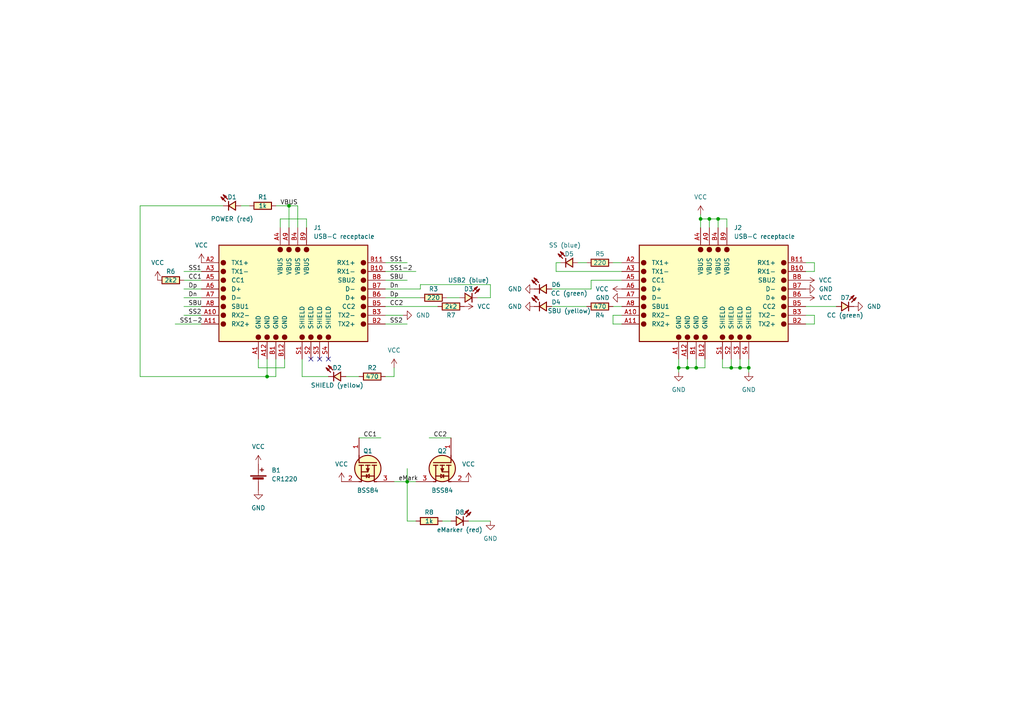
<source format=kicad_sch>
(kicad_sch (version 20211123) (generator eeschema)
  (paper "A4")
  (title_block (title "USB-C cable tester") (date "$date$") (rev "$version$.$revision$") (company "CuVoodoo") (comment 1 "King Kévin") (comment 2 "CERN-OHL-S"))
  (lib_symbols
    (symbol "Device:Battery_Cell" (pin_numbers hide) (pin_names (offset 0) hide)
      (property "Reference" "BT" (at 2.54 2.54 0))
      (property "Value" "Battery_Cell" (at 2.54 0 0))
      (symbol "Battery_Cell_0_1"
        (rectangle (start -2.286 1.778) (end 2.286 1.524) (fill (type outline)))
        (rectangle (start -1.5748 1.1938) (end 1.4732 0.6858) (fill (type outline)))
        (polyline (pts (xy 0 0.762) (xy 0 0)))
        (polyline (pts (xy 0 1.778) (xy 0 2.54)))
        (polyline (pts (xy 0.508 3.429) (xy 1.524 3.429)) (stroke (width 0.254)))
        (polyline (pts (xy 1.016 3.937) (xy 1.016 2.921)) (stroke (width 0.254)))
      )
      (symbol "Battery_Cell_1_1"
        (pin passive line (at 0 5.08 270) (length 2.54) (name "+") (number "1"))
        (pin passive line (at 0 -2.54 90) (length 2.54) (name "-") (number "2"))
      )
    )
    (symbol "mylib:BSS84" (pin_names (offset 1.016) hide)
      (property "Reference" "VT" (at 1.778 4.572 0))
      (property "Value" "BSS84" (at 1.778 -4.572 0))
      (symbol "BSS84_1_1"
        (polyline (pts (xy -3.81 -2.54) (xy -1.7018 -2.54)) (stroke (width 0.3048)))
        (polyline (pts (xy -1.7018 2.54) (xy -1.7018 -2.54)) (stroke (width 0.3048)))
        (polyline (pts (xy -0.9398 -1.8796) (xy 3.81 -1.8796)) (stroke (width 0.3048)))
        (polyline (pts (xy -0.9398 -1.2192) (xy -0.9398 -2.54)) (stroke (width 0.3048)))
        (polyline (pts (xy -0.9398 0) (xy 0.9652 0)) (stroke (width 0.3048)))
        (polyline (pts (xy -0.9398 0.6604) (xy -0.9398 -0.6604)) (stroke (width 0.3048)))
        (polyline (pts (xy -0.9398 1.8796) (xy 3.81 1.8796)) (stroke (width 0.3048)))
        (polyline (pts (xy -0.9398 2.54) (xy -0.9398 1.2192)) (stroke (width 0.3048)))
        (polyline (pts (xy 0.9652 0) (xy 0.9652 -1.8796)) (stroke (width 0.3048)))
        (polyline (pts (xy 1.7272 -0.4064) (xy 2.667 -0.4064)) (stroke (width 0.3048)))
        (polyline (pts (xy 2.1844 -0.4064) (xy 2.1844 -1.8796)) (stroke (width 0.3048)))
        (polyline (pts (xy 2.1844 1.8796) (xy 2.1844 0.4064)) (stroke (width 0.3048)))
        (polyline (pts (xy 3.81 -1.8796) (xy 3.81 -2.54)) (stroke (width 0.3048)))
        (polyline (pts (xy 3.81 1.8796) (xy 3.81 2.54)) (stroke (width 0.3048)))
        (polyline (pts (xy 0 0.381) (xy 0.9652 0) (xy 0 -0.381)) (stroke (width 0.3048)) (fill (type outline)))
        (polyline (pts (xy 1.7272 0.4064) (xy 2.667 0.4064) (xy 2.1844 -0.4064) (xy 1.7272 0.4064)) (stroke (width 0.3048)))
        (circle (center 0 0) (radius 3.81) (stroke (width 0.3048)) (fill (type background)))
        (pin input line (at -8.89 -2.54 0) (length 5.08) (name "G") (number "1"))
        (pin unspecified line (at 3.81 -7.62 90) (length 5.08) (name "S") (number "2"))
        (pin unspecified line (at 3.81 7.62 270) (length 5.08) (name "D") (number "3"))
      )
    )
    (symbol "mylib:LED0805" (pin_numbers hide) (pin_names (offset 1.016) hide)
      (property "Reference" "D" (at 0 2.032 0))
      (property "Value" "LED0805" (at 0 -2.032 0))
      (symbol "LED0805_1_1"
        (polyline (pts (xy 1.016 1.27) (xy 1.016 -1.27)) (stroke (width 0.3048)))
        (polyline (pts (xy 1.27 1.905) (xy 2.54 3.175)) (stroke (width 0.3048)))
        (polyline (pts (xy 1.905 1.27) (xy 3.175 2.54)) (stroke (width 0.3048)))
        (polyline (pts (xy -1.016 1.27) (xy 1.016 0) (xy -1.016 -1.27) (xy -1.016 1.27)) (stroke (width 0.3048)) (fill (type background)))
        (polyline (pts (xy 1.7272 2.7178) (xy 2.54 3.175) (xy 2.0828 2.3622) (xy 1.7272 2.7178)) (stroke (width 0.3048)) (fill (type outline)))
        (polyline (pts (xy 2.3622 2.0828) (xy 3.175 2.54) (xy 2.7178 1.7272) (xy 2.3622 2.0828)) (stroke (width 0.3048)) (fill (type outline)))
        (pin passive line (at 2.54 0 180) (length 1.524) (name "C") (number "1"))
        (pin passive line (at -2.54 0 0) (length 1.524) (name "A") (number "2"))
      )
    )
    (symbol "mylib:R0603" (pin_numbers hide) (pin_names (offset 1.016) hide)
      (property "Reference" "R" (at 0 1.778 0))
      (property "Value" "R0603" (at 0 -1.778 0))
      (symbol "R0603_1_1"
        (rectangle (start -2.54 1.016) (end 2.54 -1.016) (stroke (width 0.3048)) (fill (type background)))
        (pin passive line (at -3.81 0 0) (length 1.27) (name "L") (number "1"))
        (pin passive line (at 3.81 0 180) (length 1.27) (name "R") (number "2"))
      )
    )
    (symbol "mylib:XKB_U262-24XN-4BV60" (pin_names (offset 3.556))
      (property "Reference" "J" (at 0 0.762 0))
      (property "Value" "XKB_U262-24XN-4BV60" (at 32.512 -28.702 0))
      (symbol "XKB_U262-24XN-4BV60_1_1"
        (rectangle (start 0 0) (end 43.18 -27.94) (stroke (width 0.3048)) (fill (type background)))
        (circle (center 1.27 -22.86) (radius 0.635) (stroke (width 0.3048)) (fill (type outline)))
        (circle (center 1.27 -20.32) (radius 0.635) (stroke (width 0.3048)) (fill (type outline)))
        (circle (center 1.27 -17.78) (radius 0.635) (stroke (width 0.3048)) (fill (type outline)))
        (circle (center 1.27 -15.24) (radius 0.635) (stroke (width 0.3048)) (fill (type outline)))
        (circle (center 1.27 -12.7) (radius 0.635) (stroke (width 0.3048)) (fill (type outline)))
        (circle (center 1.27 -10.16) (radius 0.635) (stroke (width 0.3048)) (fill (type outline)))
        (circle (center 1.27 -7.62) (radius 0.635) (stroke (width 0.3048)) (fill (type outline)))
        (circle (center 1.27 -5.08) (radius 0.635) (stroke (width 0.3048)) (fill (type outline)))
        (circle (center 11.43 -26.67) (radius 0.635) (stroke (width 0.3048)) (fill (type outline)))
        (circle (center 13.97 -26.67) (radius 0.635) (stroke (width 0.3048)) (fill (type outline)))
        (circle (center 16.51 -26.67) (radius 0.635) (stroke (width 0.3048)) (fill (type outline)))
        (circle (center 17.78 -1.27) (radius 0.635) (stroke (width 0.3048)) (fill (type outline)))
        (circle (center 19.05 -26.67) (radius 0.635) (stroke (width 0.3048)) (fill (type outline)))
        (circle (center 20.32 -1.27) (radius 0.635) (stroke (width 0.3048)) (fill (type outline)))
        (circle (center 22.86 -1.27) (radius 0.635) (stroke (width 0.3048)) (fill (type outline)))
        (circle (center 24.13 -26.67) (radius 0.635) (stroke (width 0.3048)) (fill (type outline)))
        (circle (center 25.4 -1.27) (radius 0.635) (stroke (width 0.3048)) (fill (type outline)))
        (circle (center 26.67 -26.67) (radius 0.635) (stroke (width 0.3048)) (fill (type outline)))
        (circle (center 29.21 -26.67) (radius 0.635) (stroke (width 0.3048)) (fill (type outline)))
        (circle (center 31.75 -26.67) (radius 0.635) (stroke (width 0.3048)) (fill (type outline)))
        (circle (center 41.91 -22.86) (radius 0.635) (stroke (width 0.3048)) (fill (type outline)))
        (circle (center 41.91 -20.32) (radius 0.635) (stroke (width 0.3048)) (fill (type outline)))
        (circle (center 41.91 -17.78) (radius 0.635) (stroke (width 0.3048)) (fill (type outline)))
        (circle (center 41.91 -15.24) (radius 0.635) (stroke (width 0.3048)) (fill (type outline)))
        (circle (center 41.91 -12.7) (radius 0.635) (stroke (width 0.3048)) (fill (type outline)))
        (circle (center 41.91 -10.16) (radius 0.635) (stroke (width 0.3048)) (fill (type outline)))
        (circle (center 41.91 -7.62) (radius 0.635) (stroke (width 0.3048)) (fill (type outline)))
        (circle (center 41.91 -5.08) (radius 0.635) (stroke (width 0.3048)) (fill (type outline)))
        (pin power_in line (at 11.43 -33.02 90) (length 5.08) (name "GND") (number "A1"))
        (pin input line (at -5.08 -20.32 0) (length 5.08) (name "RX2-") (number "A10"))
        (pin input line (at -5.08 -22.86 0) (length 5.08) (name "RX2+") (number "A11"))
        (pin power_in line (at 13.97 -33.02 90) (length 5.08) (name "GND") (number "A12"))
        (pin output line (at -5.08 -5.08 0) (length 5.08) (name "TX1+") (number "A2"))
        (pin output line (at -5.08 -7.62 0) (length 5.08) (name "TX1-") (number "A3"))
        (pin power_in line (at 17.78 5.08 270) (length 5.08) (name "VBUS") (number "A4"))
        (pin bidirectional line (at -5.08 -10.16 0) (length 5.08) (name "CC1") (number "A5"))
        (pin bidirectional line (at -5.08 -12.7 0) (length 5.08) (name "D+") (number "A6"))
        (pin bidirectional line (at -5.08 -15.24 0) (length 5.08) (name "D-") (number "A7"))
        (pin bidirectional line (at -5.08 -17.78 0) (length 5.08) (name "SBU1") (number "A8"))
        (pin power_in line (at 20.32 5.08 270) (length 5.08) (name "VBUS") (number "A9"))
        (pin power_in line (at 16.51 -33.02 90) (length 5.08) (name "GND") (number "B1"))
        (pin input line (at 48.26 -7.62 180) (length 5.08) (name "RX1-") (number "B10"))
        (pin input line (at 48.26 -5.08 180) (length 5.08) (name "RX1+") (number "B11"))
        (pin power_in line (at 19.05 -33.02 90) (length 5.08) (name "GND") (number "B12"))
        (pin output line (at 48.26 -22.86 180) (length 5.08) (name "TX2+") (number "B2"))
        (pin output line (at 48.26 -20.32 180) (length 5.08) (name "TX2-") (number "B3"))
        (pin power_in line (at 22.86 5.08 270) (length 5.08) (name "VBUS") (number "B4"))
        (pin bidirectional line (at 48.26 -17.78 180) (length 5.08) (name "CC2") (number "B5"))
        (pin bidirectional line (at 48.26 -15.24 180) (length 5.08) (name "D+") (number "B6"))
        (pin bidirectional line (at 48.26 -12.7 180) (length 5.08) (name "D-") (number "B7"))
        (pin bidirectional line (at 48.26 -10.16 180) (length 5.08) (name "SBU2") (number "B8"))
        (pin power_in line (at 25.4 5.08 270) (length 5.08) (name "VBUS") (number "B9"))
        (pin passive line (at 24.13 -33.02 90) (length 5.08) (name "SHIELD") (number "S1"))
        (pin passive line (at 26.67 -33.02 90) (length 5.08) (name "SHIELD") (number "S2"))
        (pin passive line (at 29.21 -33.02 90) (length 5.08) (name "SHIELD") (number "S3"))
        (pin passive line (at 31.75 -33.02 90) (length 5.08) (name "SHIELD") (number "S4"))
      )
    )
    (symbol "power:GND" (power) (pin_names (offset 0))
      (property "Value" "GND" (at 0 -3.81 0))
      (symbol "GND_0_1"
        (polyline (pts (xy 0 0) (xy 0 -1.27) (xy 1.27 -1.27) (xy 0 -2.54) (xy -1.27 -1.27) (xy 0 -1.27)))
      )
      (symbol "GND_1_1"
        (pin power_in line (at 0 0 270) (length 0) hide (name "GND") (number "1"))
      )
    )
    (symbol "power:VCC" (power) (pin_names (offset 0))
      (property "Value" "VCC" (at 0 3.81 0))
      (symbol "VCC_0_1"
        (polyline (pts (xy -0.762 1.27) (xy 0 2.54)))
        (polyline (pts (xy 0 0) (xy 0 2.54)))
        (polyline (pts (xy 0 2.54) (xy 0.762 1.27)))
      )
      (symbol "VCC_1_1"
        (pin power_in line (at 0 0 90) (length 0) hide (name "VCC") (number "1"))
      )
    )
  )
  (junction (at 201.93 106.68))
  (junction (at 77.47 109.22))
  (junction (at 217.17 106.68))
  (junction (at 196.85 106.68))
  (junction (at 118.11 139.7))
  (junction (at 205.74 63.5))
  (junction (at 199.39 106.68))
  (junction (at 214.63 106.68))
  (junction (at 83.82 59.69))
  (junction (at 203.2 63.5))
  (junction (at 212.09 106.68))
  (junction (at 208.28 63.5))
  (no_connect (at 92.71 104.14))
  (no_connect (at 90.17 104.14))
  (no_connect (at 95.25 104.14))
  (wire (pts (xy 142.24 82.55) (xy 121.92 82.55)))
  (wire (pts (xy 128.27 151.13) (xy 130.81 151.13)))
  (wire (pts (xy 236.22 93.98) (xy 233.68 93.98)))
  (wire (pts (xy 80.01 104.14) (xy 80.01 109.22)))
  (wire (pts (xy 40.64 109.22) (xy 77.47 109.22)))
  (wire (pts (xy 196.85 106.68) (xy 199.39 106.68)))
  (wire (pts (xy 53.34 88.9) (xy 58.42 88.9)))
  (wire (pts (xy 171.45 81.28) (xy 171.45 83.82)))
  (wire (pts (xy 210.82 63.5) (xy 208.28 63.5)))
  (wire (pts (xy 100.33 109.22) (xy 104.14 109.22)))
  (wire (pts (xy 135.89 151.13) (xy 142.24 151.13)))
  (wire (pts (xy 217.17 106.68) (xy 217.17 107.95)))
  (wire (pts (xy 236.22 91.44) (xy 236.22 93.98)))
  (wire (pts (xy 118.11 139.7) (xy 118.11 151.13)))
  (wire (pts (xy 209.55 106.68) (xy 212.09 106.68)))
  (wire (pts (xy 138.43 86.36) (xy 142.24 86.36)))
  (wire (pts (xy 236.22 76.2) (xy 236.22 78.74)))
  (wire (pts (xy 74.93 106.68) (xy 82.55 106.68)))
  (wire (pts (xy 111.76 76.2) (xy 118.11 76.2)))
  (wire (pts (xy 233.68 88.9) (xy 242.57 88.9)))
  (wire (pts (xy 86.36 66.04) (xy 86.36 59.69)))
  (wire (pts (xy 162.56 76.2) (xy 161.29 76.2)))
  (wire (pts (xy 203.2 62.23) (xy 203.2 63.5)))
  (wire (pts (xy 88.9 63.5) (xy 88.9 66.04)))
  (wire (pts (xy 53.34 91.44) (xy 58.42 91.44)))
  (wire (pts (xy 50.8 93.98) (xy 58.42 93.98)))
  (wire (pts (xy 86.36 59.69) (xy 83.82 59.69)))
  (wire (pts (xy 209.55 104.14) (xy 209.55 106.68)))
  (wire (pts (xy 118.11 135.89) (xy 118.11 139.7)))
  (wire (pts (xy 118.11 139.7) (xy 120.65 139.7)))
  (wire (pts (xy 199.39 106.68) (xy 199.39 104.14)))
  (wire (pts (xy 40.64 59.69) (xy 40.64 109.22)))
  (wire (pts (xy 83.82 59.69) (xy 80.01 59.69)))
  (wire (pts (xy 212.09 106.68) (xy 214.63 106.68)))
  (wire (pts (xy 81.28 63.5) (xy 88.9 63.5)))
  (wire (pts (xy 167.64 76.2) (xy 170.18 76.2)))
  (wire (pts (xy 80.01 109.22) (xy 77.47 109.22)))
  (wire (pts (xy 196.85 107.95) (xy 196.85 106.68)))
  (wire (pts (xy 114.3 139.7) (xy 118.11 139.7)))
  (wire (pts (xy 111.76 86.36) (xy 121.92 86.36)))
  (wire (pts (xy 177.8 93.98) (xy 180.34 93.98)))
  (wire (pts (xy 171.45 83.82) (xy 160.02 83.82)))
  (wire (pts (xy 111.76 93.98) (xy 118.11 93.98)))
  (wire (pts (xy 208.28 66.04) (xy 208.28 63.5)))
  (wire (pts (xy 180.34 81.28) (xy 171.45 81.28)))
  (wire (pts (xy 111.76 109.22) (xy 114.3 109.22)))
  (wire (pts (xy 214.63 106.68) (xy 217.17 106.68)))
  (wire (pts (xy 129.54 86.36) (xy 133.35 86.36)))
  (wire (pts (xy 203.2 63.5) (xy 203.2 66.04)))
  (wire (pts (xy 64.77 59.69) (xy 40.64 59.69)))
  (wire (pts (xy 53.34 78.74) (xy 58.42 78.74)))
  (wire (pts (xy 196.85 106.68) (xy 196.85 104.14)))
  (wire (pts (xy 212.09 104.14) (xy 212.09 106.68)))
  (wire (pts (xy 233.68 91.44) (xy 236.22 91.44)))
  (wire (pts (xy 111.76 83.82) (xy 121.92 83.82)))
  (wire (pts (xy 82.55 104.14) (xy 82.55 106.68)))
  (wire (pts (xy 81.28 66.04) (xy 81.28 63.5)))
  (wire (pts (xy 201.93 106.68) (xy 201.93 104.14)))
  (wire (pts (xy 142.24 86.36) (xy 142.24 82.55)))
  (wire (pts (xy 104.14 127) (xy 110.49 127)))
  (wire (pts (xy 201.93 106.68) (xy 204.47 106.68)))
  (wire (pts (xy 53.34 86.36) (xy 58.42 86.36)))
  (wire (pts (xy 83.82 66.04) (xy 83.82 59.69)))
  (wire (pts (xy 199.39 106.68) (xy 201.93 106.68)))
  (wire (pts (xy 180.34 76.2) (xy 177.8 76.2)))
  (wire (pts (xy 204.47 106.68) (xy 204.47 104.14)))
  (wire (pts (xy 161.29 76.2) (xy 161.29 78.74)))
  (wire (pts (xy 180.34 78.74) (xy 161.29 78.74)))
  (wire (pts (xy 53.34 83.82) (xy 58.42 83.82)))
  (wire (pts (xy 121.92 82.55) (xy 121.92 83.82)))
  (wire (pts (xy 53.34 81.28) (xy 58.42 81.28)))
  (wire (pts (xy 160.02 88.9) (xy 170.18 88.9)))
  (wire (pts (xy 177.8 91.44) (xy 177.8 93.98)))
  (wire (pts (xy 87.63 109.22) (xy 95.25 109.22)))
  (wire (pts (xy 205.74 66.04) (xy 205.74 63.5)))
  (wire (pts (xy 111.76 88.9) (xy 127 88.9)))
  (wire (pts (xy 177.8 88.9) (xy 180.34 88.9)))
  (wire (pts (xy 124.46 127) (xy 130.81 127)))
  (wire (pts (xy 208.28 63.5) (xy 205.74 63.5)))
  (wire (pts (xy 210.82 66.04) (xy 210.82 63.5)))
  (wire (pts (xy 87.63 104.14) (xy 87.63 109.22)))
  (wire (pts (xy 116.84 91.44) (xy 111.76 91.44)))
  (wire (pts (xy 180.34 91.44) (xy 177.8 91.44)))
  (wire (pts (xy 236.22 78.74) (xy 233.68 78.74)))
  (wire (pts (xy 233.68 76.2) (xy 236.22 76.2)))
  (wire (pts (xy 111.76 81.28) (xy 118.11 81.28)))
  (wire (pts (xy 69.85 59.69) (xy 72.39 59.69)))
  (wire (pts (xy 118.11 151.13) (xy 120.65 151.13)))
  (wire (pts (xy 217.17 104.14) (xy 217.17 106.68)))
  (wire (pts (xy 214.63 104.14) (xy 214.63 106.68)))
  (wire (pts (xy 74.93 104.14) (xy 74.93 106.68)))
  (wire (pts (xy 111.76 78.74) (xy 120.65 78.74)))
  (wire (pts (xy 77.47 109.22) (xy 77.47 104.14)))
  (wire (pts (xy 205.74 63.5) (xy 203.2 63.5)))
  (wire (pts (xy 114.3 109.22) (xy 114.3 106.68)))
  (label "CC2" (at 113.03 88.9 0))
  (label "CC2" (at 125.73 127 0))
  (label "SS2" (at 54.61 91.44 0))
  (label "SS1" (at 113.03 76.2 0))
  (label "SBU" (at 113.03 81.28 0))
  (label "Dp" (at 113.03 86.36 0))
  (label "Dn" (at 113.03 83.82 0))
  (label "CC1" (at 54.61 81.28 0))
  (label "SS2" (at 113.03 93.98 0))
  (label "SS1-2" (at 52.07 93.98 0))
  (label "VBUS" (at 81.28 59.69 0))
  (label "SS1-2" (at 113.03 78.74 0))
  (label "Dp" (at 54.61 83.82 0))
  (label "SBU" (at 54.61 88.9 0))
  (label "eMark" (at 115.57 139.7 0))
  (label "SS1" (at 54.61 78.74 0))
  (label "CC1" (at 105.41 127 0))
  (label "Dn" (at 54.61 86.36 0))
  (symbol (lib_id "mylib:R0603") (at 76.2 59.69 0) (unit 1)
    (property "Reference" "R1" (at 76.2 57.15 0))
    (property "Value" "1k" (at 76.2 59.69 0))
    (property "Footprint" "mylib:UC1608X55N" (effects hide))
    (property "LCSC" "C21190" (effects hide))
  )
  (symbol (lib_id "mylib:R0603") (at 49.53 81.28 0) (unit 1)
    (property "Reference" "R6" (at 49.53 78.74 0))
    (property "Value" "2k2" (at 49.53 81.28 0))
    (property "Footprint" "mylib:UC1608X55N" (effects hide))
    (property "LCSC" "C4190" (effects hide))
  )
  (symbol (lib_id "mylib:LED0805") (at 165.1 76.2 0) (mirror y) (unit 1)
    (property "Reference" "D5" (at 165.1 73.66 0))
    (property "Value" "SS (blue)" (at 163.83 71.12 0))
    (property "Footprint" "mylib:LEDC2012X80N" (effects hide))
    (property "LCSC" "C2293" (effects hide))
  )
  (symbol (lib_id "mylib:BSS84") (at 106.68 135.89 270) (unit 1)
    (property "Reference" "Q1" (at 106.68 130.81 90))
    (property "Value" "BSS84" (at 106.68 142.24 90))
    (property "Footprint" "mylib:SOT95P237X112-3N" (effects hide))
    (property "Datasheet" "https://assets.nexperia.com/documents/data-sheet/BSS84.pdf" (effects hide))
    (property "LCSC" "C8492" (effects hide))
  )
  (symbol (lib_id "mylib:LED0805") (at 97.79 109.22 0) (mirror y) (unit 1)
    (property "Reference" "D2" (at 97.79 106.68 0))
    (property "Value" "SHIELD (yellow)" (at 97.79 111.76 0))
    (property "Footprint" "mylib:LEDC2012X80N" (effects hide))
    (property "LCSC" "C2296" (effects hide))
  )
  (symbol (lib_id "mylib:R0603") (at 130.81 88.9 0) (unit 1)
    (property "Reference" "R7" (at 130.81 91.44 0))
    (property "Value" "2k2" (at 130.81 88.9 0))
    (property "Footprint" "mylib:UC1608X55N" (effects hide))
    (property "LCSC" "C4190" (effects hide))
  )
  (symbol (lib_id "power:GND") (at 233.68 83.82 90) (unit 1)
    (property "Reference" "#PWR0118" (effects hide))
    (property "Value" "GND" (at 237.49 83.8199 90) (effects (justify right)))
  )
  (symbol (lib_id "power:VCC") (at 114.3 106.68 0) (unit 1)
    (property "Reference" "#PWR0105" (effects hide))
    (property "Value" "VCC" (at 114.3 101.6 0))
  )
  (symbol (lib_id "power:GND") (at 196.85 107.95 0) (unit 1)
    (property "Reference" "#PWR0121" (effects hide))
    (property "Value" "GND" (at 196.85 113.03 0))
  )
  (symbol (lib_id "Device:Battery_Cell") (at 74.93 139.7 0) (unit 1)
    (property "Reference" "B1" (at 78.74 136.3979 0) (effects (justify left)))
    (property "Value" "CR1220" (at 78.74 138.9379 0) (effects (justify left)))
    (property "Footprint" "mylib:CONNECTOR_MY-1220-03" (effects hide))
    (property "Datasheet" "https://datasheet.lcsc.com/lcsc/2012181809_MYOUNG-MY-1220-03_C964818.pdf" (effects hide))
    (property "LCSC" "C964818" (effects hide))
  )
  (symbol (lib_id "power:GND") (at 180.34 86.36 270) (mirror x) (unit 1)
    (property "Reference" "#PWR0108" (effects hide))
    (property "Value" "GND" (at 172.72 86.36 90) (effects (justify left)))
  )
  (symbol (lib_id "power:GND") (at 247.65 88.9 90) (unit 1)
    (property "Reference" "#PWR0120" (effects hide))
    (property "Value" "GND" (at 251.46 88.8999 90) (effects (justify right)))
  )
  (symbol (lib_id "power:GND") (at 116.84 91.44 90) (unit 1)
    (property "Reference" "#PWR0104" (effects hide))
    (property "Value" "GND" (at 120.65 91.4399 90) (effects (justify right)))
  )
  (symbol (lib_id "mylib:LED0805") (at 157.48 88.9 0) (mirror y) (unit 1)
    (property "Reference" "D4" (at 161.29 87.63 0))
    (property "Value" "SBU (yellow)" (at 165.1 90.17 0))
    (property "Footprint" "mylib:LEDC2012X80N" (effects hide))
    (property "LCSC" "C2296" (effects hide))
  )
  (symbol (lib_id "power:VCC") (at 58.42 76.2 0) (unit 1)
    (property "Reference" "#PWR0101" (effects hide))
    (property "Value" "VCC" (at 58.42 71.12 0))
  )
  (symbol (lib_id "mylib:R0603") (at 107.95 109.22 0) (unit 1)
    (property "Reference" "R2" (at 107.95 106.68 0))
    (property "Value" "470" (at 107.95 109.22 0))
    (property "Footprint" "mylib:UC1608X55N" (effects hide))
    (property "LCSC" "C23179" (effects hide))
  )
  (symbol (lib_id "mylib:LED0805") (at 157.48 83.82 0) (mirror y) (unit 1)
    (property "Reference" "D6" (at 161.29 82.55 0))
    (property "Value" "CC (green)" (at 165.1 85.09 0))
    (property "Footprint" "mylib:LEDC2012X80N" (effects hide))
    (property "LCSC" "C2297" (effects hide))
  )
  (symbol (lib_id "power:VCC") (at 134.62 88.9 270) (unit 1)
    (property "Reference" "#PWR0103" (effects hide))
    (property "Value" "VCC" (at 138.43 88.8999 90) (effects (justify left)))
  )
  (symbol (lib_id "power:VCC") (at 203.2 62.23 0) (unit 1)
    (property "Reference" "#PWR0115" (effects hide))
    (property "Value" "VCC" (at 203.2 57.15 0))
  )
  (symbol (lib_id "mylib:XKB_U262-24XN-4BV60") (at 63.5 71.12 0) (unit 1)
    (property "Reference" "J1" (at 90.9194 66.04 0) (effects (justify left)))
    (property "Value" "USB-C receptacle" (at 90.9194 68.58 0) (effects (justify left)))
    (property "Footprint" "mylib:CONNECTOR_XKB_U262-24XN-4BV60" (effects hide))
    (property "Datasheet" "https://datasheet.lcsc.com/szlcsc/1905061605_XKB-Enterprise-U262-241N-4BV60_C388659.pdf" (effects hide))
    (property "LCSC" "C388659" (effects hide))
  )
  (symbol (lib_id "mylib:LED0805") (at 135.89 86.36 0) (unit 1)
    (property "Reference" "D3" (at 135.89 83.82 0))
    (property "Value" "USB2 (blue)" (at 135.89 81.28 0))
    (property "Footprint" "mylib:LEDC2012X80N" (effects hide))
    (property "LCSC" "C2293" (effects hide))
  )
  (symbol (lib_id "power:VCC") (at 99.06 139.7 0) (unit 1)
    (property "Reference" "#PWR0110" (effects hide))
    (property "Value" "VCC" (at 99.06 134.62 0))
  )
  (symbol (lib_id "power:VCC") (at 45.72 81.28 0) (unit 1)
    (property "Reference" "#PWR0102" (effects hide))
    (property "Value" "VCC" (at 45.72 76.2 0))
  )
  (symbol (lib_id "power:VCC") (at 233.68 86.36 270) (unit 1)
    (property "Reference" "#PWR0119" (effects hide))
    (property "Value" "VCC" (at 237.49 86.3599 90) (effects (justify left)))
  )
  (symbol (lib_id "mylib:LED0805") (at 133.35 151.13 0) (unit 1)
    (property "Reference" "D8" (at 133.35 148.59 0))
    (property "Value" "eMarker (red)" (at 133.35 153.67 0))
    (property "Footprint" "mylib:LEDC2012X80N" (effects hide))
    (property "LCSC" "C84256" (effects hide))
  )
  (symbol (lib_id "mylib:XKB_U262-24XN-4BV60") (at 185.42 71.12 0) (unit 1)
    (property "Reference" "J2" (at 212.8394 66.04 0) (effects (justify left)))
    (property "Value" "USB-C receptacle" (at 212.8394 68.58 0) (effects (justify left)))
    (property "Footprint" "mylib:CONNECTOR_XKB_U262-24XN-4BV60" (effects hide))
    (property "Datasheet" "https://datasheet.lcsc.com/szlcsc/1905061605_XKB-Enterprise-U262-241N-4BV60_C388659.pdf" (effects hide))
    (property "LCSC" "C388659" (effects hide))
  )
  (symbol (lib_id "power:GND") (at 74.93 142.24 0) (unit 1)
    (property "Reference" "#PWR0122" (effects hide))
    (property "Value" "GND" (at 74.93 147.32 0))
  )
  (symbol (lib_id "power:GND") (at 154.94 88.9 270) (mirror x) (unit 1)
    (property "Reference" "#PWR0106" (effects hide))
    (property "Value" "GND" (at 147.32 88.9 90) (effects (justify left)))
  )
  (symbol (lib_id "mylib:R0603") (at 173.99 76.2 0) (unit 1)
    (property "Reference" "R5" (at 173.99 73.66 0))
    (property "Value" "220" (at 173.99 76.2 0))
    (property "Footprint" "mylib:UC1608X55N" (effects hide))
    (property "LCSC" "C22962" (effects hide))
  )
  (symbol (lib_id "mylib:R0603") (at 124.46 151.13 0) (unit 1)
    (property "Reference" "R8" (at 124.46 148.59 0))
    (property "Value" "1k" (at 124.46 151.13 0))
    (property "Footprint" "mylib:UC1608X55N" (effects hide))
    (property "LCSC" "C21190" (effects hide))
  )
  (symbol (lib_id "power:VCC") (at 233.68 81.28 270) (unit 1)
    (property "Reference" "#PWR0117" (effects hide))
    (property "Value" "VCC" (at 237.49 81.2799 90) (effects (justify left)))
  )
  (symbol (lib_id "mylib:LED0805") (at 67.31 59.69 0) (mirror y) (unit 1)
    (property "Reference" "D1" (at 67.31 57.15 0))
    (property "Value" "POWER (red)" (at 67.31 63.5 0))
    (property "Footprint" "mylib:LEDC2012X80N" (effects hide))
    (property "LCSC" "C84256" (effects hide))
  )
  (symbol (lib_id "power:GND") (at 154.94 83.82 270) (mirror x) (unit 1)
    (property "Reference" "#PWR0107" (effects hide))
    (property "Value" "GND" (at 147.32 83.82 90) (effects (justify left)))
  )
  (symbol (lib_id "mylib:R0603") (at 125.73 86.36 0) (unit 1)
    (property "Reference" "R3" (at 125.73 83.82 0))
    (property "Value" "220" (at 125.73 86.36 0))
    (property "Footprint" "mylib:UC1608X55N" (effects hide))
    (property "LCSC" "C22962" (effects hide))
  )
  (symbol (lib_id "mylib:BSS84") (at 128.27 135.89 90) (mirror x) (unit 1)
    (property "Reference" "Q2" (at 128.27 130.81 90))
    (property "Value" "BSS84" (at 128.27 142.24 90))
    (property "Footprint" "mylib:SOT95P237X112-3N" (effects hide))
    (property "Datasheet" "https://assets.nexperia.com/documents/data-sheet/BSS84.pdf" (effects hide))
    (property "LCSC" "C8492" (effects hide))
  )
  (symbol (lib_id "power:VCC") (at 74.93 134.62 0) (unit 1)
    (property "Reference" "#PWR0123" (effects hide))
    (property "Value" "VCC" (at 74.93 129.54 0))
  )
  (symbol (lib_id "power:GND") (at 217.17 107.95 0) (unit 1)
    (property "Reference" "#PWR0116" (effects hide))
    (property "Value" "GND" (at 217.17 113.03 0))
  )
  (symbol (lib_id "mylib:R0603") (at 173.99 88.9 0) (unit 1)
    (property "Reference" "R4" (at 173.99 91.44 0))
    (property "Value" "470" (at 173.99 88.9 0))
    (property "Footprint" "mylib:UC1608X55N" (effects hide))
    (property "LCSC" "C23179" (effects hide))
  )
  (symbol (lib_id "power:VCC") (at 135.89 139.7 0) (unit 1)
    (property "Reference" "#PWR0112" (effects hide))
    (property "Value" "VCC" (at 135.89 134.62 0))
  )
  (symbol (lib_id "power:GND") (at 142.24 151.13 0) (unit 1)
    (property "Reference" "#PWR0111" (effects hide))
    (property "Value" "GND" (at 142.24 156.21 0))
  )
  (symbol (lib_id "mylib:LED0805") (at 245.11 88.9 0) (unit 1)
    (property "Reference" "D7" (at 245.11 86.36 0))
    (property "Value" "CC (green)" (at 245.11 91.44 0))
    (property "Footprint" "mylib:LEDC2012X80N" (effects hide))
    (property "LCSC" "C2297" (effects hide))
  )
  (symbol (lib_id "power:VCC") (at 180.34 83.82 90) (unit 1)
    (property "Reference" "#PWR0109" (effects hide))
    (property "Value" "VCC" (at 172.72 83.82 90) (effects (justify right)))
  )
)
</source>
